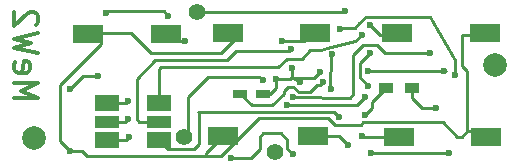
<source format=gbr>
G04 #@! TF.FileFunction,Copper,L2,Bot,Signal*
%FSLAX46Y46*%
G04 Gerber Fmt 4.6, Leading zero omitted, Abs format (unit mm)*
G04 Created by KiCad (PCBNEW 4.0.2-stable) date 13.08.2016 20:54:57*
%MOMM*%
G01*
G04 APERTURE LIST*
%ADD10C,0.100000*%
%ADD11C,0.300000*%
%ADD12R,2.600000X1.600000*%
%ADD13C,2.000000*%
%ADD14R,2.500000X1.600000*%
%ADD15R,2.000000X1.400000*%
%ADD16R,2.000000X1.100000*%
%ADD17R,1.200000X0.900000*%
%ADD18C,1.397000*%
%ADD19R,1.200000X0.750000*%
%ADD20C,0.600000*%
%ADD21C,0.250000*%
G04 APERTURE END LIST*
D10*
D11*
X32054278Y-37482328D02*
X34054278Y-37482328D01*
X32625707Y-36815661D01*
X34054278Y-36148994D01*
X32054278Y-36148994D01*
X32149516Y-34434709D02*
X32054278Y-34625185D01*
X32054278Y-35006137D01*
X32149516Y-35196614D01*
X32339992Y-35291852D01*
X33101897Y-35291852D01*
X33292373Y-35196614D01*
X33387611Y-35006137D01*
X33387611Y-34625185D01*
X33292373Y-34434709D01*
X33101897Y-34339471D01*
X32911421Y-34339471D01*
X32720945Y-35291852D01*
X34054278Y-33672804D02*
X32054278Y-33196613D01*
X33482850Y-32815661D01*
X32054278Y-32434708D01*
X34054278Y-31958518D01*
X33863802Y-31291852D02*
X33959040Y-31196614D01*
X34054278Y-31006137D01*
X34054278Y-30529947D01*
X33959040Y-30339471D01*
X33863802Y-30244233D01*
X33673326Y-30148994D01*
X33482850Y-30148994D01*
X33197135Y-30244233D01*
X32054278Y-31387090D01*
X32054278Y-30148994D01*
D12*
X72003920Y-40716200D03*
X64622680Y-40716200D03*
X71920100Y-31968440D03*
X64465200Y-31960820D03*
X49710340Y-40652700D03*
X57393840Y-40652700D03*
X50198020Y-31925260D03*
X57497980Y-31945580D03*
D13*
X33756600Y-40838120D03*
D14*
X38326060Y-31991300D03*
X44884340Y-31988760D03*
D15*
X39900500Y-41033500D03*
D16*
X39900500Y-39433500D03*
D15*
X39900500Y-37833500D03*
X44300500Y-37833500D03*
D16*
X44300500Y-39433500D03*
D15*
X44300500Y-41033500D03*
D17*
X63543000Y-36576000D03*
X65743000Y-36576000D03*
D18*
X46451520Y-40726360D03*
X54102000Y-41973500D03*
X47513240Y-30139640D03*
D13*
X72755760Y-34655760D03*
D19*
X51206360Y-37089080D03*
X53106360Y-37089080D03*
D20*
X61785500Y-38862000D03*
X45074840Y-30525720D03*
X39814500Y-30226000D03*
X62166500Y-33655000D03*
X62039500Y-36385500D03*
X68453000Y-35115500D03*
X62039500Y-35115500D03*
X53086000Y-35941000D03*
X60325000Y-41402000D03*
X61468000Y-40640000D03*
X54737000Y-32639000D03*
X62166500Y-31242000D03*
X46545500Y-32575500D03*
X60045600Y-30053280D03*
X55562500Y-34925000D03*
X39116000Y-35560000D03*
X36766500Y-36639500D03*
X68834000Y-42100500D03*
X62230000Y-42100500D03*
X56235600Y-36068000D03*
X57912000Y-35242500D03*
X54229000Y-35814000D03*
X69405500Y-35496500D03*
X59626500Y-31623000D03*
X67754500Y-38290500D03*
X41783000Y-40767000D03*
X41719500Y-39243000D03*
X41719500Y-37655500D03*
X61468000Y-32067500D03*
X55499000Y-33274000D03*
X59563000Y-39052500D03*
X58864500Y-36639500D03*
X58958480Y-33741360D03*
X55676800Y-37388800D03*
X67246500Y-33591500D03*
X50419000Y-42481500D03*
X55626000Y-42164000D03*
X61785500Y-37338000D03*
X55181500Y-38036500D03*
X36766500Y-41910000D03*
X58166000Y-36068000D03*
D21*
X62357000Y-38290500D02*
X62357000Y-37762000D01*
X62357000Y-38290500D02*
X61785500Y-38862000D01*
X62357000Y-37762000D02*
X63543000Y-36576000D01*
X41021000Y-30099000D02*
X41021000Y-30035500D01*
X41084500Y-30035500D02*
X41021000Y-30099000D01*
X44704000Y-30035500D02*
X41084500Y-30035500D01*
X45074840Y-30525720D02*
X44704000Y-30035500D01*
X41021000Y-30035500D02*
X41211500Y-30035500D01*
X39814500Y-30226000D02*
X40005000Y-30035500D01*
X40005000Y-30035500D02*
X41021000Y-30035500D01*
X61341000Y-34480500D02*
X62166500Y-33655000D01*
X61341000Y-35687000D02*
X61341000Y-34480500D01*
X62039500Y-36385500D02*
X61341000Y-35687000D01*
X68580000Y-35115500D02*
X68453000Y-35115500D01*
X62039500Y-35115500D02*
X68580000Y-35115500D01*
X46736000Y-37338000D02*
X46736000Y-40640000D01*
X48450500Y-35623500D02*
X46736000Y-37338000D01*
X52768500Y-35623500D02*
X48450500Y-35623500D01*
X53086000Y-35941000D02*
X52768500Y-35623500D01*
X59563000Y-40640000D02*
X56675000Y-40640000D01*
X60325000Y-41402000D02*
X59563000Y-40640000D01*
X61531500Y-40703500D02*
X64546500Y-40703500D01*
X61468000Y-40640000D02*
X61531500Y-40703500D01*
X56675000Y-32639000D02*
X54737000Y-32639000D01*
X64610000Y-32067500D02*
X62992000Y-32067500D01*
X62992000Y-32067500D02*
X62166500Y-31242000D01*
X44800500Y-32575500D02*
X46545500Y-32575500D01*
X60045600Y-30053280D02*
X59959240Y-30139640D01*
X59959240Y-30139640D02*
X47513240Y-30139640D01*
X53106360Y-37089080D02*
X53060600Y-37089080D01*
X53106360Y-37089080D02*
X53736240Y-37089080D01*
X54229000Y-36596320D02*
X54229000Y-35814000D01*
X53736240Y-37089080D02*
X54229000Y-36596320D01*
X55689500Y-35750500D02*
X57404000Y-35750500D01*
X57404000Y-35750500D02*
X57912000Y-35242500D01*
X54229000Y-35814000D02*
X55372000Y-35814000D01*
X55372000Y-35814000D02*
X55562500Y-35623500D01*
X37846000Y-35560000D02*
X39116000Y-35560000D01*
X36766500Y-36639500D02*
X37846000Y-35560000D01*
X62230000Y-42100500D02*
X68834000Y-42100500D01*
X55562500Y-34925000D02*
X55562500Y-35623500D01*
X55562500Y-35623500D02*
X55689500Y-35750500D01*
X55689500Y-35750500D02*
X56235600Y-36068000D01*
X69405500Y-35496500D02*
X69405500Y-34226500D01*
X69405500Y-34226500D02*
X67254120Y-30551120D01*
X67254120Y-30551120D02*
X61849000Y-30543500D01*
X61849000Y-30543500D02*
X61277500Y-31115000D01*
X61277500Y-31115000D02*
X60896500Y-31496000D01*
X59753500Y-31496000D02*
X59626500Y-31623000D01*
X60896500Y-31496000D02*
X59753500Y-31496000D01*
X61277500Y-31115000D02*
X61214000Y-31178500D01*
X65743000Y-36576000D02*
X65743000Y-37422000D01*
X66611500Y-38290500D02*
X67754500Y-38290500D01*
X65743000Y-37422000D02*
X66611500Y-38290500D01*
X39900500Y-41033500D02*
X41516500Y-41033500D01*
X41516500Y-41033500D02*
X41783000Y-40767000D01*
X41465500Y-39433500D02*
X41656000Y-39243000D01*
X41656000Y-39243000D02*
X41719500Y-39243000D01*
X41465500Y-39433500D02*
X39900500Y-39433500D01*
X41541500Y-37833500D02*
X41719500Y-37655500D01*
X39900500Y-37833500D02*
X41541500Y-37833500D01*
X53594000Y-34798000D02*
X54419500Y-34798000D01*
X60896500Y-32639000D02*
X61468000Y-32067500D01*
X58562240Y-33187640D02*
X60896500Y-32639000D01*
X58039000Y-33401000D02*
X58562240Y-33187640D01*
X57086500Y-33401000D02*
X58039000Y-33401000D01*
X56388000Y-34099500D02*
X57086500Y-33401000D01*
X55118000Y-34099500D02*
X56388000Y-34099500D01*
X54419500Y-34798000D02*
X55118000Y-34099500D01*
X44300500Y-37833500D02*
X44300500Y-35011000D01*
X44513500Y-34798000D02*
X53594000Y-34798000D01*
X53594000Y-34798000D02*
X53657500Y-34798000D01*
X44300500Y-35011000D02*
X44513500Y-34798000D01*
X42608500Y-39433500D02*
X44300500Y-39433500D01*
X42418000Y-39243000D02*
X42608500Y-39433500D01*
X42418000Y-35814000D02*
X42418000Y-39243000D01*
X44005500Y-34226500D02*
X42418000Y-35814000D01*
X50038000Y-34226500D02*
X44005500Y-34226500D01*
X50800000Y-33464500D02*
X50038000Y-34226500D01*
X55308500Y-33464500D02*
X50800000Y-33464500D01*
X55499000Y-33274000D02*
X55308500Y-33464500D01*
X50271680Y-38665998D02*
X47662678Y-38665998D01*
X47721520Y-41366440D02*
X47304960Y-41783000D01*
X47721520Y-38724840D02*
X47721520Y-41366440D01*
X47662678Y-38665998D02*
X47721520Y-38724840D01*
X50292000Y-38665998D02*
X50271680Y-38665998D01*
X45050000Y-41783000D02*
X44300500Y-41033500D01*
X47304960Y-41783000D02*
X45050000Y-41783000D01*
X59176498Y-38665998D02*
X50292000Y-38665998D01*
X50292000Y-38665998D02*
X50234002Y-38665998D01*
X59563000Y-39052500D02*
X59176498Y-38665998D01*
X58801000Y-36576000D02*
X58864500Y-36639500D01*
X58894980Y-33804860D02*
X58801000Y-36576000D01*
X58958480Y-33741360D02*
X58894980Y-33804860D01*
X62801500Y-32956500D02*
X63436500Y-33591500D01*
X61595000Y-32956500D02*
X62801500Y-32956500D01*
X60769500Y-33782000D02*
X61595000Y-32956500D01*
X60769500Y-37084000D02*
X60769500Y-33782000D01*
X60452000Y-37401500D02*
X60769500Y-37084000D01*
X55676800Y-37388800D02*
X60452000Y-37401500D01*
X63436500Y-33591500D02*
X67246500Y-33591500D01*
X50419000Y-42481500D02*
X52070000Y-42481500D01*
X55181500Y-41719500D02*
X55626000Y-42164000D01*
X55181500Y-40957500D02*
X55181500Y-41719500D01*
X54610000Y-40386000D02*
X55181500Y-40957500D01*
X53149500Y-40386000D02*
X54610000Y-40386000D01*
X52832000Y-40703500D02*
X53149500Y-40386000D01*
X52832000Y-41719500D02*
X52832000Y-40703500D01*
X52070000Y-42481500D02*
X52832000Y-41719500D01*
X55181500Y-38036500D02*
X61087000Y-38036500D01*
X61087000Y-38036500D02*
X61785500Y-37338000D01*
X70421500Y-40228500D02*
X71516220Y-40228500D01*
X71516220Y-40228500D02*
X72003920Y-40716200D01*
X63266320Y-39497000D02*
X61579760Y-39497000D01*
X61579760Y-39497000D02*
X61389260Y-39687500D01*
X72014080Y-32067500D02*
X70010000Y-32067500D01*
X70010000Y-34704000D02*
X70421500Y-35115500D01*
X70421500Y-35115500D02*
X70421500Y-40228500D01*
X70010000Y-32067500D02*
X70010000Y-34704000D01*
X72014080Y-32067500D02*
X72057260Y-32110680D01*
X48275240Y-42354500D02*
X48275240Y-42087800D01*
X48275240Y-42087800D02*
X49710340Y-40652700D01*
X44129960Y-33655000D02*
X43652440Y-33655000D01*
X41158160Y-31943040D02*
X41158160Y-31940500D01*
X41940480Y-31943040D02*
X41158160Y-31943040D01*
X43652440Y-33655000D02*
X41940480Y-31943040D01*
X40065960Y-31940500D02*
X38376860Y-31940500D01*
X38376860Y-31940500D02*
X38326060Y-31991300D01*
X39781500Y-31940500D02*
X40065960Y-31940500D01*
X40065960Y-31940500D02*
X41158160Y-31940500D01*
X49560500Y-33655000D02*
X51275000Y-31940500D01*
X44129960Y-33655000D02*
X49560500Y-33655000D01*
X36766500Y-41910000D02*
X37782500Y-41910000D01*
X49560500Y-42354500D02*
X51275000Y-40640000D01*
X38227000Y-42354500D02*
X48275240Y-42354500D01*
X48275240Y-42354500D02*
X49560500Y-42354500D01*
X37782500Y-41910000D02*
X38227000Y-42354500D01*
X69946500Y-40703500D02*
X69532500Y-40703500D01*
X69532500Y-40703500D02*
X68326000Y-39497000D01*
X68326000Y-39497000D02*
X63266320Y-39497000D01*
X61389260Y-39687500D02*
X59182000Y-39687500D01*
X59182000Y-39687500D02*
X58610500Y-39116000D01*
X58610500Y-39116000D02*
X52799000Y-39116000D01*
X52799000Y-39116000D02*
X51275000Y-40640000D01*
X70421500Y-40228500D02*
X69946500Y-40703500D01*
X39400500Y-32575500D02*
X39400500Y-32862500D01*
X39400500Y-32862500D02*
X35941000Y-36322000D01*
X35941000Y-36322000D02*
X35941000Y-41084500D01*
X35941000Y-41084500D02*
X36766500Y-41910000D01*
X54864000Y-36880800D02*
X54864000Y-37078920D01*
X57708800Y-36322000D02*
X57099200Y-36931600D01*
X57099200Y-36931600D02*
X56134000Y-36931600D01*
X56134000Y-36931600D02*
X55676800Y-36474400D01*
X55676800Y-36474400D02*
X55270400Y-36474400D01*
X55270400Y-36474400D02*
X54864000Y-36880800D01*
X57912000Y-36322000D02*
X58166000Y-36068000D01*
X57708800Y-36322000D02*
X57912000Y-36322000D01*
X52156320Y-38039040D02*
X51206360Y-37089080D01*
X53903880Y-38039040D02*
X52156320Y-38039040D01*
X54864000Y-37078920D02*
X53903880Y-38039040D01*
M02*

</source>
